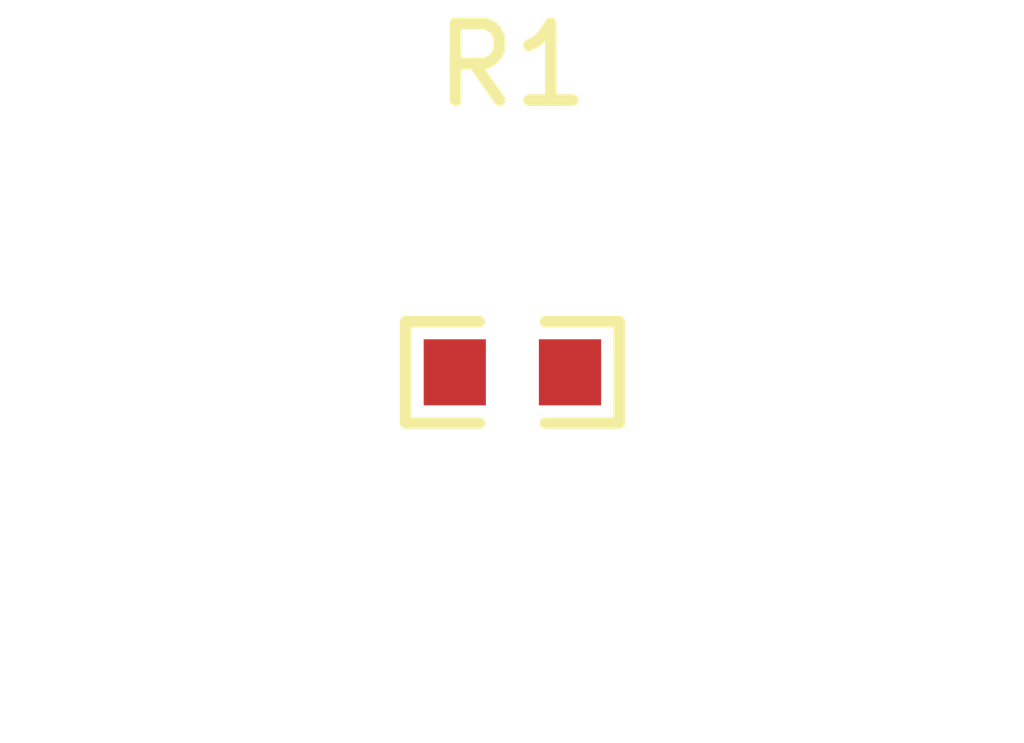
<source format=kicad_pcb>
(kicad_pcb (version 20241229) (generator "atopile") (generator_version "0.8.2")
  (layers (0 "F.Cu" signal) (31 "B.Cu" signal) (34 "B.Paste" user) (35 "F.Paste" user) (36 "B.SilkS" user "B.Silkscreen") (37 "F.SilkS" user "F.Silkscreen") (38 "B.Mask" user) (39 "F.Mask" user) (44 "Edge.Cuts" user))
  (net 0 "")
  (net 1 "r-net")
  (net 2 "r-net-1")
  (footprint "UNI_ROYAL_0603WAF1001T5E:R0603" (layer "F.Cu") (at 0 0 0)
    (property "Reference" "R1" (at 0 -4 0) (layer "F.SilkS") (hide no))
    (property "Value" "1kΩ ±1% 100mW")
    (fp_line (start 0.43 0.66) (end 1.39 0.66) (stroke (width 0.15)) (layer "F.SilkS"))
    (fp_line (start 1.39 0.66) (end 1.39 -0.66) (stroke (width 0.15)) (layer "F.SilkS"))
    (fp_line (start 1.39 -0.66) (end 0.43 -0.66) (stroke (width 0.15)) (layer "F.SilkS"))
    (fp_line (start -0.43 0.66) (end -1.39 0.66) (stroke (width 0.15)) (layer "F.SilkS"))
    (fp_line (start -1.39 0.66) (end -1.39 -0.66) (stroke (width 0.15)) (layer "F.SilkS"))
    (fp_line (start -1.39 -0.66) (end -0.43 -0.66) (stroke (width 0.15)) (layer "F.SilkS"))
    (fp_text user "${REFERENCE}" (at 0 -4 0) (layer "F.SilkS"))
    (pad "2" smd rect (at 0.75 0 0) (size 0.81 0.86) (layers "F.Cu" "F.Paste" "F.Mask") (net 2 "r-net-1"))
    (pad "1" smd rect (at -0.75 0 0) (size 0.81 0.86) (layers "F.Cu" "F.Paste" "F.Mask") (net 1 "r-net"))
  )
)
</source>
